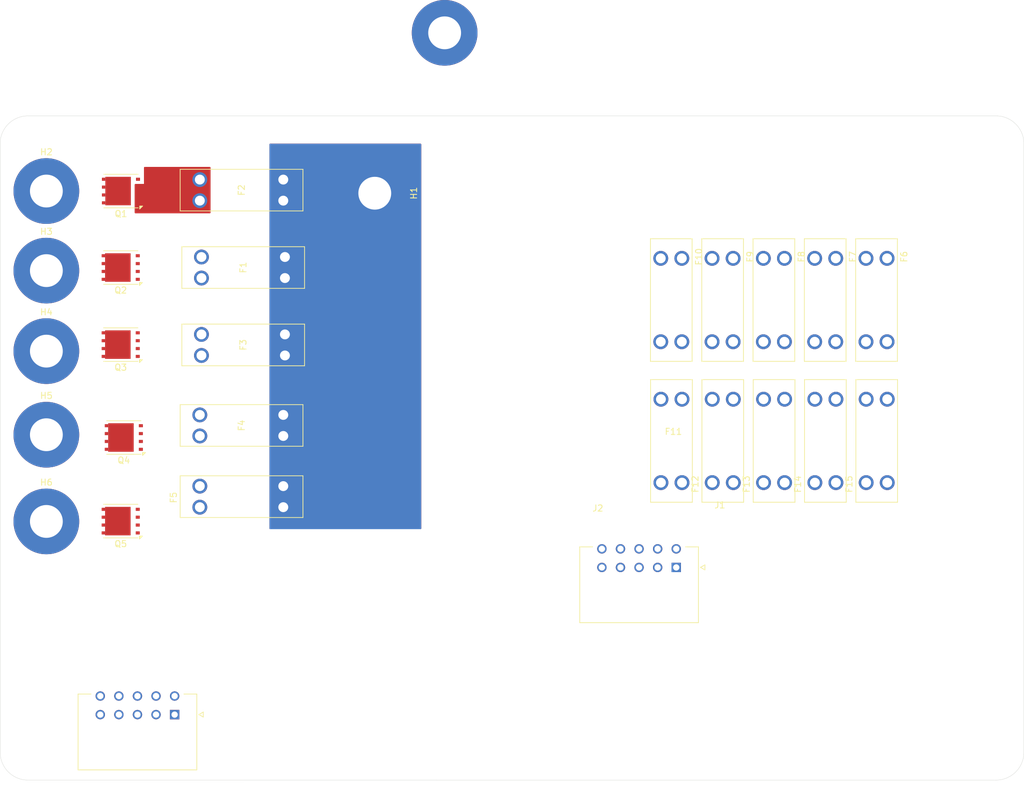
<source format=kicad_pcb>
(kicad_pcb (version 20240108) (generator "pcbnew") (generator_version "8.0")
  (layers (0 "F.Cu" signal) (31 "B.Cu" signal) (34 "B.Paste" user) (35 "F.Paste" user) (36 "B.SilkS" user "B.Silkscreen") (37 "F.SilkS" user "F.Silkscreen") (38 "B.Mask" user) (39 "F.Mask" user) (44 "Edge.Cuts" user))
  (net 0 "")
  (net 1 "Net-(F1-Pad1_1)")
  (net 2 "HC_5")
  (net 3 "HC_4")
  (net 4 "HC_3")
  (net 5 "HC_2")
  (net 6 "HC_1")
  (net 7 "LC_10")
  (net 8 "LC_9")
  (net 9 "LC_8")
  (net 10 "LC_7")
  (net 11 "LC_6")
  (net 12 "LC_5")
  (net 13 "LC_4")
  (net 14 "LC_3")
  (net 15 "LC_2")
  (net 16 "LC_1")
  (net 22 "/D5")
  (net 23 "/S5")
  (net 24 "/D4")
  (net 25 "/S4")
  (net 26 "/D3")
  (net 27 "/S3")
  (net 28 "/D2")
  (net 29 "/S2")
  (net 30 "/S1")
  (net 31 "/D1")
  (footprint "MountingHole:MountingHole_5.3mm_M5_Pad" (layer "F.Cu") (at 43.5 60.5)
    (property "Reference" "H3" (at 0 -6.3 0) (layer "F.SilkS"))
    (property "Value" "MountingHole_Pad")
    (pad "1" thru_hole circle (at 0 0) (size 10.6 10.6) (drill 5.3) (layers "*.Cu" "*.Mask") (net 28 "/D2"))
  )
  (footprint "MountingHole:MountingHole_5.3mm_M5_Pad" (layer "F.Cu") (at 43.5 73.5)
    (property "Reference" "H4" (at 0 -6.3 0) (layer "F.SilkS"))
    (property "Value" "MountingHole_Pad")
    (pad "1" thru_hole circle (at 0 0) (size 10.6 10.6) (drill 5.3) (layers "*.Cu" "*.Mask") (net 26 "/D3"))
  )
  (footprint "3557-2:FUSE_3557-2" (layer "F.Cu") (at 160.91 65.25 -90)
    (property "Reference" "F8" (at -6.985 -4.445 90) (layer "F.SilkS"))
    (property "Value" "3557-2")
    (fp_line (start -9.905 3.365) (end 9.905 3.365) (stroke (width 0.127)) (layer "F.SilkS"))
    (fp_line (start 9.905 3.365) (end 9.905 -3.365) (stroke (width 0.127)) (layer "F.SilkS"))
    (fp_line (start -9.905 -3.365) (end -9.905 3.365) (stroke (width 0.127)) (layer "F.SilkS"))
    (fp_line (start 9.905 -3.365) (end -9.905 -3.365) (stroke (width 0.127)) (layer "F.SilkS"))
    (pad "1_1" thru_hole circle (at -6.735 -1.7 270) (size 2.4 2.4) (drill 1.6) (layers "*.Cu" "*.Mask") (net 1 "Net-(F1-Pad1_1)"))
    (pad "1_2" thru_hole circle (at -6.735 1.7 270) (size 2.4 2.4) (drill 1.6) (layers "*.Cu" "*.Mask") (net 1 "Net-(F1-Pad1_1)"))
    (pad "2_1" thru_hole circle (at 6.735 -1.7 270) (size 2.4 2.4) (drill 1.6) (layers "*.Cu" "*.Mask") (net 14 "LC_3"))
    (pad "2_2" thru_hole circle (at 6.735 1.7 270) (size 2.4 2.4) (drill 1.6) (layers "*.Cu" "*.Mask") (net 14 "LC_3"))
  )
  (footprint "3557-2:FUSE_3557-2" (layer "F.Cu") (at 177.5 88 90)
    (property "Reference" "F15" (at -6.985 -4.445 90) (layer "F.SilkS"))
    (property "Value" "3557-2")
    (fp_line (start 9.905 -3.365) (end -9.905 -3.365) (stroke (width 0.127)) (layer "F.SilkS"))
    (fp_line (start -9.905 -3.365) (end -9.905 3.365) (stroke (width 0.127)) (layer "F.SilkS"))
    (fp_line (start 9.905 3.365) (end 9.905 -3.365) (stroke (width 0.127)) (layer "F.SilkS"))
    (fp_line (start -9.905 3.365) (end 9.905 3.365) (stroke (width 0.127)) (layer "F.SilkS"))
    (pad "1_1" thru_hole circle (at -6.735 -1.7 90) (size 2.4 2.4) (drill 1.6) (layers "*.Cu" "*.Mask") (net 1 "Net-(F1-Pad1_1)"))
    (pad "1_2" thru_hole circle (at -6.735 1.7 90) (size 2.4 2.4) (drill 1.6) (layers "*.Cu" "*.Mask") (net 1 "Net-(F1-Pad1_1)"))
    (pad "2_1" thru_hole circle (at 6.735 -1.7 90) (size 2.4 2.4) (drill 1.6) (layers "*.Cu" "*.Mask") (net 7 "LC_10"))
    (pad "2_2" thru_hole circle (at 6.735 1.7 90) (size 2.4 2.4) (drill 1.6) (layers "*.Cu" "*.Mask") (net 7 "LC_10"))
  )
  (footprint "MountingHole:MountingHole_5.3mm_M5_Pad" (layer "F.Cu") (at 43.5 47.65)
    (property "Reference" "H2" (at 0 -6.3 0) (layer "F.SilkS"))
    (property "Value" "MountingHole_Pad")
    (pad "1" thru_hole circle (at 0 0) (size 10.6 10.6) (drill 5.3) (layers "*.Cu" "*.Mask") (net 31 "/D1"))
  )
  (footprint "3557-2:FUSE_3557-2" (layer "F.Cu") (at 75.265 60 180)
    (property "Reference" "F1" (at 0 0 90) (layer "F.SilkS"))
    (property "Value" "3557-2" (hide yes))
    (fp_line (start 9.905 3.365) (end 9.905 -3.365) (stroke (width 0.127)) (layer "F.SilkS"))
    (fp_line (start 9.905 -3.365) (end -9.905 -3.365) (stroke (width 0.127)) (layer "F.SilkS"))
    (fp_line (start -9.905 3.365) (end 9.905 3.365) (stroke (width 0.127)) (layer "F.SilkS"))
    (fp_line (start -9.905 -3.365) (end -9.905 3.365) (stroke (width 0.127)) (layer "F.SilkS"))
    (pad "1_1" thru_hole circle (at -6.735 -1.7 180) (size 2.4 2.4) (drill 1.6) (layers "*.Cu" "*.Mask") (net 1 "Net-(F1-Pad1_1)"))
    (pad "1_2" thru_hole circle (at -6.735 1.7 180) (size 2.4 2.4) (drill 1.6) (layers "*.Cu" "*.Mask") (net 1 "Net-(F1-Pad1_1)"))
    (pad "2_1" thru_hole circle (at 6.735 -1.7 180) (size 2.4 2.4) (drill 1.6) (layers "*.Cu" "*.Mask") (net 29 "/S2"))
    (pad "2_2" thru_hole circle (at 6.735 1.7 180) (size 2.4 2.4) (drill 1.6) (layers "*.Cu" "*.Mask") (net 29 "/S2"))
  )
  (footprint "3557-2:FUSE_3557-2" (layer "F.Cu") (at 169.19 65.25 -90)
    (property "Reference" "F7" (at -6.985 -4.445 90) (layer "F.SilkS"))
    (property "Value" "3557-2")
    (fp_line (start -9.905 3.365) (end 9.905 3.365) (stroke (width 0.127)) (layer "F.SilkS"))
    (fp_line (start 9.905 3.365) (end 9.905 -3.365) (stroke (width 0.127)) (layer "F.SilkS"))
    (fp_line (start -9.905 -3.365) (end -9.905 3.365) (stroke (width 0.127)) (layer "F.SilkS"))
    (fp_line (start 9.905 -3.365) (end -9.905 -3.365) (stroke (width 0.127)) (layer "F.SilkS"))
    (pad "1_1" thru_hole circle (at -6.735 -1.7 270) (size 2.4 2.4) (drill 1.6) (layers "*.Cu" "*.Mask") (net 1 "Net-(F1-Pad1_1)"))
    (pad "1_2" thru_hole circle (at -6.735 1.7 270) (size 2.4 2.4) (drill 1.6) (layers "*.Cu" "*.Mask") (net 1 "Net-(F1-Pad1_1)"))
    (pad "2_1" thru_hole circle (at 6.735 -1.7 270) (size 2.4 2.4) (drill 1.6) (layers "*.Cu" "*.Mask") (net 15 "LC_2"))
    (pad "2_2" thru_hole circle (at 6.735 1.7 270) (size 2.4 2.4) (drill 1.6) (layers "*.Cu" "*.Mask") (net 15 "LC_2"))
  )
  (footprint "3557-2:FUSE_3557-2" (layer "F.Cu") (at 160.94 88 90)
    (property "Reference" "F13" (at -6.985 -4.445 90) (layer "F.SilkS"))
    (property "Value" "3557-2")
    (fp_line (start 9.905 -3.365) (end -9.905 -3.365) (stroke (width 0.127)) (layer "F.SilkS"))
    (fp_line (start -9.905 -3.365) (end -9.905 3.365) (stroke (width 0.127)) (layer "F.SilkS"))
    (fp_line (start 9.905 3.365) (end 9.905 -3.365) (stroke (width 0.127)) (layer "F.SilkS"))
    (fp_line (start -9.905 3.365) (end 9.905 3.365) (stroke (width 0.127)) (layer "F.SilkS"))
    (pad "1_1" thru_hole circle (at -6.735 -1.7 90) (size 2.4 2.4) (drill 1.6) (layers "*.Cu" "*.Mask") (net 1 "Net-(F1-Pad1_1)"))
    (pad "1_2" thru_hole circle (at -6.735 1.7 90) (size 2.4 2.4) (drill 1.6) (layers "*.Cu" "*.Mask") (net 1 "Net-(F1-Pad1_1)"))
    (pad "2_1" thru_hole circle (at 6.735 -1.7 90) (size 2.4 2.4) (drill 1.6) (layers "*.Cu" "*.Mask") (net 9 "LC_8"))
    (pad "2_2" thru_hole circle (at 6.735 1.7 90) (size 2.4 2.4) (drill 1.6) (layers "*.Cu" "*.Mask") (net 9 "LC_8"))
  )
  (footprint "3557-2:FUSE_3557-2" (layer "F.Cu") (at 177.47 65.25 -90)
    (property "Reference" "F6" (at -6.985 -4.445 90) (layer "F.SilkS"))
    (property "Value" "3557-2")
    (fp_line (start -9.905 3.365) (end 9.905 3.365) (stroke (width 0.127)) (layer "F.SilkS"))
    (fp_line (start 9.905 3.365) (end 9.905 -3.365) (stroke (width 0.127)) (layer "F.SilkS"))
    (fp_line (start -9.905 -3.365) (end -9.905 3.365) (stroke (width 0.127)) (layer "F.SilkS"))
    (fp_line (start 9.905 -3.365) (end -9.905 -3.365) (stroke (width 0.127)) (layer "F.SilkS"))
    (pad "1_1" thru_hole circle (at -6.735 -1.7 270) (size 2.4 2.4) (drill 1.6) (layers "*.Cu" "*.Mask") (net 1 "Net-(F1-Pad1_1)"))
    (pad "1_2" thru_hole circle (at -6.735 1.7 270) (size 2.4 2.4) (drill 1.6) (layers "*.Cu" "*.Mask") (net 1 "Net-(F1-Pad1_1)"))
    (pad "2_1" thru_hole circle (at 6.735 -1.7 270) (size 2.4 2.4) (drill 1.6) (layers "*.Cu" "*.Mask") (net 16 "LC_1"))
    (pad "2_2" thru_hole circle (at 6.735 1.7 270) (size 2.4 2.4) (drill 1.6) (layers "*.Cu" "*.Mask") (net 16 "LC_1"))
  )
  (footprint "3557-2:FUSE_3557-2" (layer "F.Cu") (at 152.66 88 90)
    (property "Reference" "F12" (at -6.985 -4.445 90) (layer "F.SilkS"))
    (property "Value" "3557-2")
    (fp_line (start 9.905 -3.365) (end -9.905 -3.365) (stroke (width 0.127)) (layer "F.SilkS"))
    (fp_line (start -9.905 -3.365) (end -9.905 3.365) (stroke (width 0.127)) (layer "F.SilkS"))
    (fp_line (start 9.905 3.365) (end 9.905 -3.365) (stroke (width 0.127)) (layer "F.SilkS"))
    (fp_line (start -9.905 3.365) (end 9.905 3.365) (stroke (width 0.127)) (layer "F.SilkS"))
    (pad "1_1" thru_hole circle (at -6.735 -1.7 90) (size 2.4 2.4) (drill 1.6) (layers "*.Cu" "*.Mask") (net 1 "Net-(F1-Pad1_1)"))
    (pad "1_2" thru_hole circle (at -6.735 1.7 90) (size 2.4 2.4) (drill 1.6) (layers "*.Cu" "*.Mask") (net 1 "Net-(F1-Pad1_1)"))
    (pad "2_1" thru_hole circle (at 6.735 -1.7 90) (size 2.4 2.4) (drill 1.6) (layers "*.Cu" "*.Mask") (net 10 "LC_7"))
    (pad "2_2" thru_hole circle (at 6.735 1.7 90) (size 2.4 2.4) (drill 1.6) (layers "*.Cu" "*.Mask") (net 10 "LC_7"))
  )
  (footprint "Package_DFN_QFN:AO_DFN-8-1EP_5.55x5.2mm_P1.27mm_EP4.12x4.6mm" (layer "F.Cu") (at 55.5 60 180)
    (property "Reference" "Q2" (at 0 -3.68 0) (layer "F.SilkS"))
    (property "Value" "AON6411")
    (fp_line (start -2.775 2.71) (end 2.775 2.71) (stroke (width 0.12)) (layer "F.SilkS"))
    (fp_line (start -2.775 -2.71) (end 2.775 -2.71) (stroke (width 0.12)) (layer "F.SilkS"))
    (fp_poly (pts (xy -3.02 -2.42) (xy -3.5 -2.42) (xy -3.02 -2.9) (xy -3.02 -2.42)) (stroke (width 0.12)) (fill solid) (layer "F.SilkS"))
    (pad "1" smd rect (at -2.75 -1.905 90) (size 0.5 0.65) (layers "F.Cu" "F.Paste" "F.Mask") (net 29 "/S2"))
    (pad "2" smd rect (at -2.75 -0.635 90) (size 0.5 0.65) (layers "F.Cu" "F.Paste" "F.Mask") (net 29 "/S2"))
    (pad "3" smd rect (at -2.75 0.635 90) (size 0.5 0.65) (layers "F.Cu" "F.Paste" "F.Mask") (net 29 "/S2"))
    (pad "4" smd rect (at -2.75 1.905 90) (size 0.5 0.65) (layers "F.Cu" "F.Paste" "F.Mask") (net 5 "HC_2"))
    (pad "5" smd rect (at 0.465 0 90) (size 4.6 4.12) (layers "F.Cu" "F.Mask") (net 28 "/D2"))
    (pad "5" smd rect (at 2.8 -1.905 90) (size 0.5 0.55) (layers "F.Cu" "F.Paste" "F.Mask") (net 28 "/D2"))
    (pad "5" smd rect (at 2.8 -0.635 90) (size 0.5 0.55) (layers "F.Cu" "F.Paste" "F.Mask") (net 28 "/D2"))
    (pad "5" smd rect (at 2.8 0.635 90) (size 0.5 0.55) (layers "F.Cu" "F.Paste" "F.Mask") (net 28 "/D2"))
    (pad "5" smd rect (at 2.8 1.905 90) (size 0.5 0.55) (layers "F.Cu" "F.Paste" "F.Mask") (net 28 "/D2"))
  )
  (footprint "0430451001:MOLEX_430451001" (layer "F.Cu") (at 64.2 132.195)
    (property "Reference" "J1" (at 87.995 -33.82 0) (layer "F.SilkS"))
    (property "Value" "430451001")
    (fp_line (start -15.575 -3.32) (end -15.575 8.92) (stroke (width 0.127)) (layer "F.SilkS"))
    (fp_line (start -15.575 8.92) (end 3.575 8.92) (stroke (width 0.127)) (layer "F.SilkS"))
    (fp_line (start -13.5 -3.32) (end -15.575 -3.32) (stroke (width 0.127)) (layer "F.SilkS"))
    (fp_line (start 3.575 -3.32) (end 1.5 -3.32) (stroke (width 0.127)) (layer "F.SilkS"))
    (fp_line (start 3.575 8.92) (end 3.575 -3.32) (stroke (width 0.127)) (layer "F.SilkS"))
    (fp_line (start 3.92 -0.01) (end 4.62 0.39) (stroke (width 0.127)) (layer "F.SilkS"))
    (fp_line (start 4.62 -0.41) (end 3.92 -0.01) (stroke (width 0.127)) (layer "F.SilkS"))
    (fp_line (start 4.62 0.39) (end 4.62 -0.41) (stroke (width 0.127)) (layer "F.SilkS"))
    (pad "" np_thru_hole circle (at -9.85 4.32) (size 3 3) (drill 3) (layers "*.Cu" "*.Mask"))
    (pad "" np_thru_hole circle (at -2.15 4.32) (size 3 3) (drill 3) (layers "*.Cu" "*.Mask"))
    (pad "1" thru_hole rect (at 0 0) (size 1.52 1.52) (drill 1.02) (layers "*.Cu") (net 6 "HC_1"))
    (pad "2" thru_hole circle (at -3 0) (size 1.52 1.52) (drill 1.02) (layers "*.Cu") (net 5 "HC_2"))
    (pad "3" thru_hole circle (at -6 0) (size 1.52 1.52) (drill 1.02) (layers "*.Cu") (net 4 "HC_3"))
    (pad "4" thru_hole circle (at -9 0) (size 1.52 1.52) (drill 1.02) (layers "*.Cu") (net 3 "HC_4"))
    (pad "5" thru_hole circle (at -12 0) (size 1.52 1.52) (drill 1.02) (layers "*.Cu") (net 2 "HC_5"))
    (pad "6" thru_hole circle (at 0 -3) (size 1.52 1.52) (drill 1.02) (layers "*.Cu") (net 16 "LC_1"))
    (pad "7" thru_hole circle (at -3 -3) (size 1.52 1.52) (drill 1.02) (layers "*.Cu") (net 15 "LC_2"))
    (pad "8" thru_hole circle (at -6 -3) (size 1.52 1.52) (drill 1.02) (layers "*.Cu") (net 14 "LC_3"))
    (pad "9" thru_hole circle (at -9 -3) (size 1.52 1.52) (drill 1.02) (layers "*.Cu") (net 13 "LC_4"))
    (pad "10" thru_hole circle (at -12 -3) (size 1.52 1.52) (drill 1.02) (layers "*.Cu") (net 12 "LC_5"))
  )
  (footprint "MountingHole:MountingHole_5.3mm_M5_Pad" (layer "F.Cu") (at 96.5 48 -90)
    (property "Reference" "H1" (at 0 -6.3 90) (layer "F.SilkS"))
    (property "Value" "MountingHole_Pad" (hide yes))
    (pad "1" thru_hole circle (at 0 0 270) (size 10.6 10.6) (drill 5.3) (layers "*.Cu" "*.Mask") (net 1 "Net-(F1-Pad1_1)"))
  )
  (footprint "3557-2:FUSE_3557-2" (layer "F.Cu") (at 75 85.5 180)
    (property "Reference" "F4" (at 0 0 90) (layer "F.SilkS"))
    (property "Value" "3557-2" (hide yes))
    (fp_line (start 9.905 3.365) (end 9.905 -3.365) (stroke (width 0.127)) (layer "F.SilkS"))
    (fp_line (start 9.905 -3.365) (end -9.905 -3.365) (stroke (width 0.127)) (layer "F.SilkS"))
    (fp_line (start -9.905 3.365) (end 9.905 3.365) (stroke (width 0.127)) (layer "F.SilkS"))
    (fp_line (start -9.905 -3.365) (end -9.905 3.365) (stroke (width 0.127)) (layer "F.SilkS"))
    (pad "1_1" thru_hole circle (at -6.735 -1.7 180) (size 2.4 2.4) (drill 1.6) (layers "*.Cu" "*.Mask") (net 1 "Net-(F1-Pad1_1)"))
    (pad "1_2" thru_hole circle (at -6.735 1.7 180) (size 2.4 2.4) (drill 1.6) (layers "*.Cu" "*.Mask") (net 1 "Net-(F1-Pad1_1)"))
    (pad "2_1" thru_hole circle (at 6.735 -1.7 180) (size 2.4 2.4) (drill 1.6) (layers "*.Cu" "*.Mask") (net 25 "/S4"))
    (pad "2_2" thru_hole circle (at 6.735 1.7 180) (size 2.4 2.4) (drill 1.6) (layers "*.Cu" "*.Mask") (net 25 "/S4"))
  )
  (footprint "" (layer "F.Cu") (at 107.775 22.1)
    (property "Reference" "" (at 0 0 0) (layer "F.SilkS") (effects (font (size 1.27 1.27))))
    (property "Value" "")
    (pad "1" thru_hole circle (at 0 0 270) (size 10.6 10.6) (drill 5.3) (layers "*.Cu" "*.Mask") (net 1 "Net-(F1-Pad1_1)"))
  )
  (footprint "MountingHole:MountingHole_5.3mm_M5_Pad" (layer "F.Cu") (at 43.5 101)
    (property "Reference" "H6" (at 0 -6.3 0) (layer "F.SilkS"))
    (property "Value" "MountingHole_Pad")
    (pad "1" thru_hole circle (at 0 0) (size 10.6 10.6) (drill 5.3) (layers "*.Cu" "*.Mask") (net 22 "/D5"))
  )
  (footprint "MountingHole:MountingHole_5.3mm_M5_Pad" (layer "F.Cu") (at 43.5 87)
    (property "Reference" "H5" (at 0 -6.3 0) (layer "F.SilkS"))
    (property "Value" "MountingHole_Pad")
    (pad "1" thru_hole circle (at 0 0) (size 10.6 10.6) (drill 5.3) (layers "*.Cu" "*.Mask") (net 24 "/D4"))
  )
  (footprint "Package_DFN_QFN:AO_DFN-8-1EP_5.55x5.2mm_P1.27mm_EP4.12x4.6mm" (layer "F.Cu") (at 56 87.45 180)
    (property "Reference" "Q4" (at 0 -3.68 0) (layer "F.SilkS"))
    (property "Value" "AON6411")
    (fp_line (start -2.775 2.71) (end 2.775 2.71) (stroke (width 0.12)) (layer "F.SilkS"))
    (fp_line (start -2.775 -2.71) (end 2.775 -2.71) (stroke (width 0.12)) (layer "F.SilkS"))
    (fp_poly (pts (xy -3.02 -2.42) (xy -3.5 -2.42) (xy -3.02 -2.9) (xy -3.02 -2.42)) (stroke (width 0.12)) (fill solid) (layer "F.SilkS"))
    (pad "1" smd rect (at -2.75 -1.905 90) (size 0.5 0.65) (layers "F.Cu" "F.Paste" "F.Mask") (net 25 "/S4"))
    (pad "2" smd rect (at -2.75 -0.635 90) (size 0.5 0.65) (layers "F.Cu" "F.Paste" "F.Mask") (net 25 "/S4"))
    (pad "3" smd rect (at -2.75 0.635 90) (size 0.5 0.65) (layers "F.Cu" "F.Paste" "F.Mask") (net 25 "/S4"))
    (pad "4" smd rect (at -2.75 1.905 90) (size 0.5 0.65) (layers "F.Cu" "F.Paste" "F.Mask") (net 3 "HC_4"))
    (pad "5" smd rect (at 0.465 0 90) (size 4.6 4.12) (layers "F.Cu" "F.Mask") (net 24 "/D4"))
    (pad "5" smd rect (at 2.8 -1.905 90) (size 0.5 0.55) (layers "F.Cu" "F.Paste" "F.Mask") (net 24 "/D4"))
    (pad "5" smd rect (at 2.8 -0.635 90) (size 0.5 0.55) (layers "F.Cu" "F.Paste" "F.Mask") (net 24 "/D4"))
    (pad "5" smd rect (at 2.8 0.635 90) (size 0.5 0.55) (layers "F.Cu" "F.Paste" "F.Mask") (net 24 "/D4"))
    (pad "5" smd rect (at 2.8 1.905 90) (size 0.5 0.55) (layers "F.Cu" "F.Paste" "F.Mask") (net 24 "/D4"))
  )
  (footprint "3557-2:FUSE_3557-2" (layer "F.Cu") (at 75.265 72.5 180)
    (property "Reference" "F3" (at 0 0 90) (layer "F.SilkS"))
    (property "Value" "3557-2" (hide yes))
    (fp_line (start 9.905 3.365) (end 9.905 -3.365) (stroke (width 0.127)) (layer "F.SilkS"))
    (fp_line (start 9.905 -3.365) (end -9.905 -3.365) (stroke (width 0.127)) (layer "F.SilkS"))
    (fp_line (start -9.905 3.365) (end 9.905 3.365) (stroke (width 0.127)) (layer "F.SilkS"))
    (fp_line (start -9.905 -3.365) (end -9.905 3.365) (stroke (width 0.127)) (layer "F.SilkS"))
    (pad "1_1" thru_hole circle (at -6.735 -1.7 180) (size 2.4 2.4) (drill 1.6) (layers "*.Cu" "*.Mask") (net 1 "Net-(F1-Pad1_1)"))
    (pad "1_2" thru_hole circle (at -6.735 1.7 180) (size 2.4 2.4) (drill 1.6) (layers "*.Cu" "*.Mask") (net 1 "Net-(F1-Pad1_1)"))
    (pad "2_1" thru_hole circle (at 6.735 -1.7 180) (size 2.4 2.4) (drill 1.6) (layers "*.Cu" "*.Mask") (net 27 "/S3"))
    (pad "2_2" thru_hole circle (at 6.735 1.7 180) (size 2.4 2.4) (drill 1.6) (layers "*.Cu" "*.Mask") (net 27 "/S3"))
  )
  (footprint "3557-2:FUSE_3557-2" (layer "F.Cu") (at 169.22 88 90)
    (property "Reference" "F14" (at -6.985 -4.445 90) (layer "F.SilkS"))
    (property "Value" "3557-2")
    (fp_line (start 9.905 -3.365) (end -9.905 -3.365) (stroke (width 0.127)) (layer "F.SilkS"))
    (fp_line (start -9.905 -3.365) (end -9.905 3.365) (stroke (width 0.127)) (layer "F.SilkS"))
    (fp_line (start 9.905 3.365) (end 9.905 -3.365) (stroke (width 0.127)) (layer "F.SilkS"))
    (fp_line (start -9.905 3.365) (end 9.905 3.365) (stroke (width 0.127)) (layer "F.SilkS"))
    (pad "1_1" thru_hole circle (at -6.735 -1.7 90) (size 2.4 2.4) (drill 1.6) (layers "*.Cu" "*.Mask") (net 1 "Net-(F1-Pad1_1)"))
    (pad "1_2" thru_hole circle (at -6.735 1.7 90) (size 2.4 2.4) (drill 1.6) (layers "*.Cu" "*.Mask") (net 1 "Net-(F1-Pad1_1)"))
    (pad "2_1" thru_hole circle (at 6.735 -1.7 90) (size 2.4 2.4) (drill 1.6) (layers "*.Cu" "*.Mask") (net 8 "LC_9"))
    (pad "2_2" thru_hole circle (at 6.735 1.7 90) (size 2.4 2.4) (drill 1.6) (layers "*.Cu" "*.Mask") (net 8 "LC_9"))
  )
  (footprint "Package_DFN_QFN:AO_DFN-8-1EP_5.55x5.2mm_P1.27mm_EP4.12x4.6mm" (layer "F.Cu") (at 55.5 100.95 180)
    (property "Reference" "Q5" (at 0 -3.68 0) (layer "F.SilkS"))
    (property "Value" "AON6411")
    (fp_line (start -2.775 2.71) (end 2.775 2.71) (stroke (width 0.12)) (layer "F.SilkS"))
    (fp_line (start -2.775 -2.71) (end 2.775 -2.71) (stroke (width 0.12)) (layer "F.SilkS"))
    (fp_poly (pts (xy -3.02 -2.42) (xy -3.5 -2.42) (xy -3.02 -2.9) (xy -3.02 -2.42)) (stroke (width 0.12)) (fill solid) (layer "F.SilkS"))
    (pad "1" smd rect (at -2.75 -1.905 90) (size 0.5 0.65) (layers "F.Cu" "F.Paste" "F.Mask") (net 23 "/S5"))
    (pad "2" smd rect (at -2.75 -0.635 90) (size 0.5 0.65) (layers "F.Cu" "F.Paste" "F.Mask") (net 23 "/S5"))
    (pad "3" smd rect (at -2.75 0.635 90) (size 0.5 0.65) (layers "F.Cu" "F.Paste" "F.Mask") (net 23 "/S5"))
    (pad "4" smd rect (at -2.75 1.905 90) (size 0.5 0.65) (layers "F.Cu" "F.Paste" "F.Mask") (net 2 "HC_5"))
    (pad "5" smd rect (at 0.465 0 90) (size 4.6 4.12) (layers "F.Cu" "F.Mask") (net 22 "/D5"))
    (pad "5" smd rect (at 2.8 -1.905 90) (size 0.5 0.55) (layers "F.Cu" "F.Paste" "F.Mask") (net 22 "/D5"))
    (pad "5" smd rect (at 2.8 -0.635 90) (size 0.5 0.55) (layers "F.Cu" "F.Paste" "F.Mask") (net 22 "/D5"))
    (pad "5" smd rect (at 2.8 0.635 90) (size 0.5 0.55) (layers "F.Cu" "F.Paste" "F.Mask") (net 22 "/D5"))
    (pad "5" smd rect (at 2.8 1.905 90) (size 0.5 0.55) (layers "F.Cu" "F.Paste" "F.Mask") (net 22 "/D5"))
  )
  (footprint "Package_DFN_QFN:AO_DFN-8-1EP_5.55x5.2mm_P1.27mm_EP4.12x4.6mm" (layer "F.Cu") (at 55.54 47.65 180)
    (property "Reference" "Q1" (at 0 -3.68 0) (layer "F.SilkS"))
    (property "Value" "AON6411")
    (fp_line (start -2.775 2.71) (end 2.775 2.71) (stroke (width 0.12)) (layer "F.SilkS"))
    (fp_line (start -2.775 -2.71) (end 2.775 -2.71) (stroke (width 0.12)) (layer "F.SilkS"))
    (fp_poly (pts (xy -3.02 -2.42) (xy -3.5 -2.42) (xy -3.02 -2.9) (xy -3.02 -2.42)) (stroke (width 0.12)) (fill solid) (layer "F.SilkS"))
    (pad "1" smd rect (at -2.75 -1.905 90) (size 0.5 0.65) (layers "F.Cu" "F.Paste" "F.Mask") (net 30 "/S1"))
    (pad "2" smd rect (at -2.75 -0.635 90) (size 0.5 0.65) (layers "F.Cu" "F.Paste" "F.Mask") (net 30 "/S1"))
    (pad "3" smd rect (at -2.75 0.635 90) (size 0.5 0.65) (layers "F.Cu" "F.Paste" "F.Mask") (net 30 "/S1"))
    (pad "4" smd rect (at -2.75 1.905 90) (size 0.5 0.65) (layers "F.Cu" "F.Paste" "F.Mask") (net 6 "HC_1"))
    (pad "5" smd rect (at 0.465 0 90) (size 4.6 4.12) (layers "F.Cu" "F.Mask") (net 31 "/D1"))
    (pad "5" smd rect (at 2.8 -1.905 90) (size 0.5 0.55) (layers "F.Cu" "F.Paste" "F.Mask") (net 31 "/D1"))
    (pad "5" smd rect (at 2.8 -0.635 90) (size 0.5 0.55) (layers "F.Cu" "F.Paste" "F.Mask") (net 31 "/D1"))
    (pad "5" smd rect (at 2.8 0.635 90) (size 0.5 0.55) (layers "F.Cu" "F.Paste" "F.Mask") (net 31 "/D1"))
    (pad "5" smd rect (at 2.8 1.905 90) (size 0.5 0.55) (layers "F.Cu" "F.Paste" "F.Mask") (net 31 "/D1"))
  )
  (footprint "3557-2:FUSE_3557-2" (layer "F.Cu") (at 152.63 65.25 -90)
    (property "Reference" "F9" (at -6.985 -4.445 90) (layer "F.SilkS"))
    (property "Value" "3557-2")
    (fp_line (start -9.905 3.365) (end 9.905 3.365) (stroke (width 0.127)) (layer "F.SilkS"))
    (fp_line (start 9.905 3.365) (end 9.905 -3.365) (stroke (width 0.127)) (layer "F.SilkS"))
    (fp_line (start -9.905 -3.365) (end -9.905 3.365) (stroke (width 0.127)) (layer "F.SilkS"))
    (fp_line (start 9.905 -3.365) (end -9.905 -3.365) (stroke (width 0.127)) (layer "F.SilkS"))
    (pad "1_1" thru_hole circle (at -6.735 -1.7 270) (size 2.4 2.4) (drill 1.6) (layers "*.Cu" "*.Mask") (net 1 "Net-(F1-Pad1_1)"))
    (pad "1_2" thru_hole circle (at -6.735 1.7 270) (size 2.4 2.4) (drill 1.6) (layers "*.Cu" "*.Mask") (net 1 "Net-(F1-Pad1_1)"))
    (pad "2_1" thru_hole circle (at 6.735 -1.7 270) (size 2.4 2.4) (drill 1.6) (layers "*.Cu" "*.Mask") (net 13 "LC_4"))
    (pad "2_2" thru_hole circle (at 6.735 1.7 270) (size 2.4 2.4) (drill 1.6) (layers "*.Cu" "*.Mask") (net 13 "LC_4"))
  )
  (footprint "3557-2:FUSE_3557-2" (layer "F.Cu") (at 144.38 88 90)
    (property "Reference" "F11" (at 1.5 0.31 0) (layer "F.SilkS"))
    (property "Value" "3557-2")
    (fp_line (start 9.905 -3.365) (end -9.905 -3.365) (stroke (width 0.127)) (layer "F.SilkS"))
    (fp_line (start -9.905 -3.365) (end -9.905 3.365) (stroke (width 0.127)) (layer "F.SilkS"))
    (fp_line (start 9.905 3.365) (end 9.905 -3.365) (stroke (width 0.127)) (layer "F.SilkS"))
    (fp_line (start -9.905 3.365) (end 9.905 3.365) (stroke (width 0.127)) (layer "F.SilkS"))
    (pad "1_1" thru_hole circle (at -6.735 -1.7 90) (size 2.4 2.4) (drill 1.6) (layers "*.Cu" "*.Mask") (net 1 "Net-(F1-Pad1_1)"))
    (pad "1_2" thru_hole circle (at -6.735 1.7 90) (size 2.4 2.4) (drill 1.6) (layers "*.Cu" "*.Mask") (net 1 "Net-(F1-Pad1_1)"))
    (pad "2_1" thru_hole circle (at 6.735 -1.7 90) (size 2.4 2.4) (drill 1.6) (layers "*.Cu" "*.Mask") (net 11 "LC_6"))
    (pad "2_2" thru_hole circle (at 6.735 1.7 90) (size 2.4 2.4) (drill 1.6) (layers "*.Cu" "*.Mask") (net 11 "LC_6"))
  )
  (footprint "3557-2:FUSE_3557-2" (layer "F.Cu") (at 75 47.5 180)
    (property "Reference" "F2" (at 0 0 90) (layer "F.SilkS"))
    (property "Value" "3557-2")
    (fp_line (start 9.905 3.365) (end 9.905 -3.365) (stroke (width 0.127)) (layer "F.SilkS"))
    (fp_line (start 9.905 -3.365) (end -9.905 -3.365) (stroke (width 0.127)) (layer "F.SilkS"))
    (fp_line (start -9.905 3.365) (end 9.905 3.365) (stroke (width 0.127)) (layer "F.SilkS"))
    (fp_line (start -9.905 -3.365) (end -9.905 3.365) (stroke (width 0.127)) (layer "F.SilkS"))
    (pad "1_1" thru_hole circle (at -6.735 -1.7 180) (size 2.4 2.4) (drill 1.6) (layers "*.Cu" "*.Mask") (net 1 "Net-(F1-Pad1_1)"))
    (pad "1_2" thru_hole circle (at -6.735 1.7 180) (size 2.4 2.4) (drill 1.6) (layers "*.Cu" "*.Mask") (net 1 "Net-(F1-Pad1_1)"))
    (pad "2_1" thru_hole circle (at 6.735 -1.7 180) (size 2.4 2.4) (drill 1.6) (layers "*.Cu" "*.Mask") (net 30 "/S1"))
    (pad "2_2" thru_hole circle (at 6.735 1.7 180) (size 2.4 2.4) (drill 1.6) (layers "*.Cu" "*.Mask") (net 30 "/S1"))
  )
  (footprint "3557-2:FUSE_3557-2" (layer "F.Cu") (at 75 97 180)
    (property "Reference" "F5" (at 10.97 -0.15 90) (layer "F.SilkS"))
    (property "Value" "3557-2" (hide yes))
    (fp_line (start 9.905 3.365) (end 9.905 -3.365) (stroke (width 0.127)) (layer "F.SilkS"))
    (fp_line (start 9.905 -3.365) (end -9.905 -3.365) (stroke (width 0.127)) (layer "F.SilkS"))
    (fp_line (start -9.905 3.365) (end 9.905 3.365) (stroke (width 0.127)) (layer "F.SilkS"))
    (fp_line (start -9.905 -3.365) (end -9.905 3.365) (stroke (width 0.127)) (layer "F.SilkS"))
    (pad "1_1" thru_hole circle (at -6.735 -1.7 180) (size 2.4 2.4) (drill 1.6) (layers "*.Cu" "*.Mask") (net 1 "Net-(F1-Pad1_1)"))
    (pad "1_2" thru_hole circle (at -6.735 1.7 180) (size 2.4 2.4) (drill 1.6) (layers "*.Cu" "*.Mask") (net 1 "Net-(F1-Pad1_1)"))
    (pad "2_1" thru_hole circle (at 6.735 -1.7 180) (size 2.4 2.4) (drill 1.6) (layers "*.Cu" "*.Mask") (net 23 "/S5"))
    (pad "2_2" thru_hole circle (at 6.735 1.7 180) (size 2.4 2.4) (drill 1.6) (layers "*.Cu" "*.Mask") (net 23 "/S5"))
  )
  (footprint "0430451001:MOLEX_430451001" (layer "F.Cu") (at 145.15 108.43)
    (property "Reference" "J2" (at -12.645 -9.555 0) (layer "F.SilkS"))
    (property "Value" "430451001")
    (fp_line (start -15.575 -3.32) (end -15.575 8.92) (stroke (width 0.127)) (layer "F.SilkS"))
    (fp_line (start -15.575 8.92) (end 3.575 8.92) (stroke (width 0.127)) (layer "F.SilkS"))
    (fp_line (start -13.5 -3.32) (end -15.575 -3.32) (stroke (width 0.127)) (layer "F.SilkS"))
    (fp_line (start 3.575 -3.32) (end 1.5 -3.32) (stroke (width 0.127)) (layer "F.SilkS"))
    (fp_line (start 3.575 8.92) (end 3.575 -3.32) (stroke (width 0.127)) (layer "F.SilkS"))
    (fp_line (start 3.92 -0.01) (end 4.62 0.39) (stroke (width 0.127)) (layer "F.SilkS"))
    (fp_line (start 4.62 -0.41) (end 3.92 -0.01) (stroke (width 0.127)) (layer "F.SilkS"))
    (fp_line (start 4.62 0.39) (end 4.62 -0.41) (stroke (width 0.127)) (layer "F.SilkS"))
    (pad "" np_thru_hole circle (at -9.85 4.32) (size 3 3) (drill 3) (layers "*.Cu" "*.Mask"))
    (pad "" np_thru_hole circle (at -2.15 4.32) (size 3 3) (drill 3) (layers "*.Cu" "*.Mask"))
    (pad "1" thru_hole rect (at 0 0) (size 1.52 1.52) (drill 1.02) (layers "*.Cu") (net 11 "LC_6"))
    (pad "2" thru_hole circle (at -3 0) (size 1.52 1.52) (drill 1.02) (layers "*.Cu") (net 10 "LC_7"))
    (pad "3" thru_hole circle (at -6 0) (size 1.52 1.52) (drill 1.02) (layers "*.Cu") (net 9 "LC_8"))
    (pad "4" thru_hole circle (at -9 0) (size 1.52 1.52) (drill 1.02) (layers "*.Cu") (net 8 "LC_9"))
    (pad "5" thru_hole circle (at -12 0) (size 1.52 1.52) (drill 1.02) (layers "*.Cu") (net 7 "LC_10"))
    (pad "6" thru_hole circle (at 0 -3) (size 1.52 1.52) (drill 1.02) (layers "*.Cu"))
    (pad "7" thru_hole circle (at -3 -3) (size 1.52 1.52) (drill 1.02) (layers "*.Cu"))
    (pad "8" thru_hole circle (at -6 -3) (size 1.52 1.52) (drill 1.02) (layers "*.Cu"))
    (pad "9" thru_hole circle (at -9 -3) (size 1.52 1.52) (drill 1.02) (layers "*.Cu"))
    (pad "10" thru_hole circle (at -12 -3) (size 1.52 1.52) (drill 1.02) (layers "*.Cu"))
  )
  (footprint "3557-2:FUSE_3557-2" (layer "F.Cu") (at 144.35 65.25 -90)
    (property "Reference" "F10" (at -6.985 -4.445 90) (layer "F.SilkS"))
    (property "Value" "3557-2")
    (fp_line (start -9.905 3.365) (end 9.905 3.365) (stroke (width 0.127)) (layer "F.SilkS"))
    (fp_line (start 9.905 3.365) (end 9.905 -3.365) (stroke (width 0.127)) (layer "F.SilkS"))
    (fp_line (start -9.905 -3.365) (end -9.905 3.365) (stroke (width 0.127)) (layer "F.SilkS"))
    (fp_line (start 9.905 -3.365) (end -9.905 -3.365) (stroke (width 0.127)) (layer "F.SilkS"))
    (pad "1_1" thru_hole circle (at -6.735 -1.7 270) (size 2.4 2.4) (drill 1.6) (layers "*.Cu" "*.Mask") (net 1 "Net-(F1-Pad1_1)"))
    (pad "1_2" thru_hole circle (at -6.735 1.7 270) (size 2.4 2.4) (drill 1.6) (layers "*.Cu" "*.Mask") (net 1 "Net-(F1-Pad1_1)"))
    (pad "2_1" thru_hole circle (at 6.735 -1.7 270) (size 2.4 2.4) (drill 1.6) (layers "*.Cu" "*.Mask") (net 12 "LC_5"))
    (pad "2_2" thru_hole circle (at 6.735 1.7 270) (size 2.4 2.4) (drill 1.6) (layers "*.Cu" "*.Mask") (net 12 "LC_5"))
  )
  (footprint "Package_DFN_QFN:AO_DFN-8-1EP_5.55x5.2mm_P1.27mm_EP4.12x4.6mm" (layer "F.Cu") (at 55.5 72.45 180)
    (property "Reference" "Q3" (at 0 -3.68 0) (layer "F.SilkS"))
    (property "Value" "AON6411")
    (fp_line (start -2.775 2.71) (end 2.775 2.71) (stroke (width 0.12)) (layer "F.SilkS"))
    (fp_line (start -2.775 -2.71) (end 2.775 -2.71) (stroke (width 0.12)) (layer "F.SilkS"))
    (fp_poly (pts (xy -3.02 -2.42) (xy -3.5 -2.42) (xy -3.02 -2.9) (xy -3.02 -2.42)) (stroke (width 0.12)) (fill solid) (layer "F.SilkS"))
    (pad "1" smd rect (at -2.75 -1.905 90) (size 0.5 0.65) (layers "F.Cu" "F.Paste" "F.Mask") (net 27 "/S3"))
    (pad "2" smd rect (at -2.75 -0.635 90) (size 0.5 0.65) (layers "F.Cu" "F.Paste" "F.Mask") (net 27 "/S3"))
    (pad "3" smd rect (at -2.75 0.635 90) (size 0.5 0.65) (layers "F.Cu" "F.Paste" "F.Mask") (net 27 "/S3"))
    (pad "4" smd rect (at -2.75 1.905 90) (size 0.5 0.65) (layers "F.Cu" "F.Paste" "F.Mask") (net 4 "HC_3"))
    (pad "5" smd rect (at 0.465 0 90) (size 4.6 4.12) (layers "F.Cu" "F.Mask") (net 26 "/D3"))
    (pad "5" smd rect (at 2.8 -1.905 90) (size 0.5 0.55) (layers "F.Cu" "F.Paste" "F.Mask") (net 26 "/D3"))
    (pad "5" smd rect (at 2.8 -0.635 90) (size 0.5 0.55) (layers "F.Cu" "F.Paste" "F.Mask") (net 26 "/D3"))
    (pad "5" smd rect (at 2.8 0.635 90) (size 0.5 0.55) (layers "F.Cu" "F.Paste" "F.Mask") (net 26 "/D3"))
    (pad "5" smd rect (at 2.8 1.905 90) (size 0.5 0.55) (layers "F.Cu" "F.Paste" "F.Mask") (net 26 "/D3"))
  )
  (gr_line (start 201.25 40.015) (end 201.25 138.515) (stroke (width 0.05)) (layer "Edge.Cuts"))
  (gr_arc (start 201.25 138.515) (mid 199.847238 141.539083) (end 196.75 142.771939) (stroke (width 0.05)) (layer "Edge.Cuts"))
  (gr_arc (start 40.3 142.765) (mid 37.275917 141.362238) (end 36.043061 138.265) (stroke (width 0.05)) (layer "Edge.Cuts"))
  (gr_arc (start 197 35.515) (mid 200.024083 36.917762) (end 201.256939 40.015) (stroke (width 0.05)) (layer "Edge.Cuts"))
  (gr_arc (start 36.043061 39.765) (mid 37.44582 36.740903) (end 40.543061 35.508061) (stroke (width 0.05)) (layer "Edge.Cuts"))
  (gr_line (start 40.55 35.515) (end 197 35.515) (stroke (width 0.05)) (layer "Edge.Cuts"))
  (gr_line (start 40.3 142.765) (end 196.75 142.771939) (stroke (width 0.05)) (layer "Edge.Cuts"))
  (gr_line (start 36.043061 39.765) (end 36.043061 138.265) (stroke (width 0.05)) (layer "Edge.Cuts"))
  (zone (net 1) (net_name "Net-(F1-Pad1_1)") (layer "F.Cu") (priority 2) (connect_pads yes (clearance 0.5)) (min_thickness 0.25) (fill yes (thermal_gap 0.5) (thermal_bridge_width 0.5))
    (polygon (pts (xy 104 40) (xy 79.5 40) (xy 79.5 102.25) (xy 104 102.25)))
  )
  (zone (net 30) (net_name "/S1") (layer "F.Cu") (connect_pads yes (clearance 0.5)) (min_thickness 0.25) (fill yes (thermal_gap 0.5) (thermal_bridge_width 0.5))
    (polygon (pts (xy 70 51.25) (xy 57.75 51.25) (xy 57.75 46.5) (xy 59.25 46.5) (xy 59.25 43.75) (xy 70 43.75)))
  )
  (zone (net 1) (net_name "Net-(F1-Pad1_1)") (layer "B.Cu") (priority 1) (connect_pads yes (clearance 0.5)) (min_thickness 0.25) (fill yes (thermal_gap 0.5) (thermal_bridge_width 0.5))
    (polygon (pts (xy 104 40) (xy 104 102.25) (xy 79.5 102.25) (xy 79.5 40)))
  )
)
</source>
